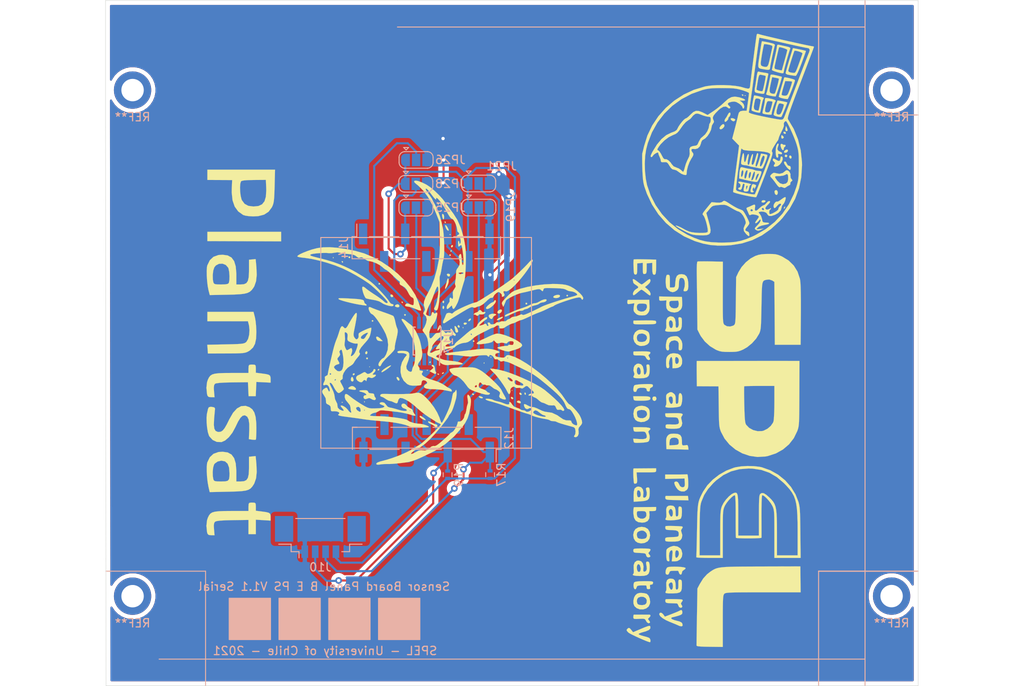
<source format=kicad_pcb>
(kicad_pcb (version 20171130) (host pcbnew "(5.1.2)-2")
  (layers (0 F.Cu signal) (31 B.Cu signal) (34 B.Paste user) (35 F.Paste user) (36 B.SilkS user) (37 F.SilkS user) (38 B.Mask user) (39 F.Mask user) (44 Edge.Cuts user))
  (net 0 "")
  (net 1 RPI_SCL)
  (net 2 RPI_SDA)
  (net 3 GND)
  (net 4 MAG_3V3)
  (net 5 "Net-(J12-Pad5)")
  (net 6 MAG1_BIT1)
  (net 7 MAG1_BIT0)
  (net 8 "Net-(J12-Pad6)")
  (net 9 "Net-(J14-Pad4)")
  (net 10 "Net-(J14-Pad2)")
  (net 11 "Net-(J14-Pad1)")
  (net 12 MAG1_A0)
  (net 13 MAG1_A2)
  (net 14 MAG1_A1)
  (net 15 "Net-(U17-Pad3)")
  (module L86:plantsat2 (layer F.Cu) (at 28.47 54.49 270)
    (fp_text reference G*** hide)
    (fp_text value LOGO hide)
  )
  (module L86:plant (layer F.Cu) (at 52.01 51.74)
    (fp_text reference G*** hide)
    (fp_text value LOGO hide)
  )
  (module L86:SPEL_logo (layer F.Cu) (at 86.1 52.97 270)
    (fp_text reference G*** hide)
    (fp_text value LOGO hide)
  )
  (module Mounting_Holes:MountingHole_2.7mm_M2.5_ISO14580_Pad (layer B.Cu) (at 15.26 22.8)
    (fp_text reference REF** (at 0 3.25) (layer B.SilkS) (effects (justify mirror)))
    (fp_text value MountingHole_2.7mm_M2.5_ISO14580_Pad)
    (pad 1 thru_hole circle (at 0 0) (size 4.5 4.5) (drill 2.7) (layers *.Cu *.Mask))
  )
  (module Mounting_Holes:MountingHole_2.7mm_M2.5_ISO14580_Pad (layer B.Cu) (at 106.76 83.8)
    (fp_text reference REF** (at 0 3.25) (layer B.SilkS) (effects (justify mirror)))
    (fp_text value MountingHole_2.7mm_M2.5_ISO14580_Pad)
    (pad 1 thru_hole circle (at 0 0) (size 4.5 4.5) (drill 2.7) (layers *.Cu *.Mask))
  )
  (module Mounting_Holes:MountingHole_2.7mm_M2.5_ISO14580_Pad (layer B.Cu) (at 15.26 83.81)
    (fp_text reference REF** (at 0 3.25) (layer B.SilkS) (effects (justify mirror)))
    (fp_text value MountingHole_2.7mm_M2.5_ISO14580_Pad)
    (pad 1 thru_hole circle (at 0 0) (size 4.5 4.5) (drill 2.7) (layers *.Cu *.Mask))
  )
  (module Mounting_Holes:MountingHole_2.7mm_M2.5_ISO14580_Pad (layer B.Cu) (at 106.76 22.8)
    (fp_text reference REF** (at 0 3.25) (layer B.SilkS) (effects (justify mirror)))
    (fp_text value MountingHole_2.7mm_M2.5_ISO14580_Pad)
    (pad 1 thru_hole circle (at 0 0) (size 4.5 4.5) (drill 2.7) (layers *.Cu *.Mask))
  )
  (module Connectors_Molex:Molex_PicoBlade_53398-0471_04x1.25mm_Straight (layer B.Cu) (at 37.9 77.07)
    (fp_text reference J10 (at 0 3.25) (layer B.SilkS) (effects (justify mirror)))
    (fp_text value Conn_01x04_Male)
    (pad "" smd rect (at 4.375 -1.375) (size 2.2 3.1) (layers B.Cu B.Paste B.Mask))
    (pad "" smd rect (at -4.375 -1.375) (size 2.2 3.1) (layers B.Cu B.Paste B.Mask))
    (pad 4 smd rect (at 1.875 1.375) (size 0.8 1.5) (layers B.Cu B.Paste B.Mask) (net 4 MAG_3V3))
    (pad 3 smd rect (at 0.625 1.375) (size 0.8 1.5) (layers B.Cu B.Paste B.Mask) (net 1 RPI_SCL))
    (pad 2 smd rect (at -0.625 1.375) (size 0.8 1.5) (layers B.Cu B.Paste B.Mask) (net 2 RPI_SDA))
    (pad 1 smd rect (at -1.875 1.375) (size 0.8 1.5) (layers B.Cu B.Paste B.Mask) (net 3 GND))
  )
  (module Pin_Headers:Pin_Header_Straight_1x07_Pitch2.54mm_SMD_Pin1Left (layer B.Cu) (at 50.71 64.78 90)
    (fp_text reference J12 (at 0 9.95 270) (layer B.SilkS) (effects (justify mirror)))
    (fp_text value Conn_01x07_Female)
    (pad 1 smd rect (at -1.655 7.62 90) (size 2.51 1) (layers B.Cu B.Paste B.Mask) (net 1 RPI_SCL))
    (pad 3 smd rect (at -1.655 2.54 90) (size 2.51 1) (layers B.Cu B.Paste B.Mask) (net 2 RPI_SDA))
    (pad 5 smd rect (at -1.655 -2.54 90) (size 2.51 1) (layers B.Cu B.Paste B.Mask) (net 5 "Net-(J12-Pad5)"))
    (pad 7 smd rect (at -1.655 -7.62 90) (size 2.51 1) (layers B.Cu B.Paste B.Mask) (net 3 GND))
    (pad 2 smd rect (at 1.655 5.08 90) (size 2.51 1) (layers B.Cu B.Paste B.Mask) (net 6 MAG1_BIT1))
    (pad 4 smd rect (at 1.655 0 90) (size 2.51 1) (layers B.Cu B.Paste B.Mask) (net 7 MAG1_BIT0))
    (pad 6 smd rect (at 1.655 -5.08 90) (size 2.51 1) (layers B.Cu B.Paste B.Mask) (net 8 "Net-(J12-Pad6)"))
  )
  (module Pin_Headers:Pin_Header_Straight_1x07_Pitch2.54mm_SMD_Pin1Left (layer B.Cu) (at 50.67 41.8 270)
    (fp_text reference J14 (at 0 9.95 270) (layer B.SilkS) (effects (justify mirror)))
    (fp_text value Conn_01x07_Female)
    (pad 6 smd rect (at 1.655 -5.08 270) (size 2.51 1) (layers B.Cu B.Paste B.Mask) (net 4 MAG_3V3))
    (pad 4 smd rect (at 1.655 0 270) (size 2.51 1) (layers B.Cu B.Paste B.Mask) (net 9 "Net-(J14-Pad4)"))
    (pad 2 smd rect (at 1.655 5.08 270) (size 2.51 1) (layers B.Cu B.Paste B.Mask) (net 10 "Net-(J14-Pad2)"))
    (pad 7 smd rect (at -1.655 -7.62 270) (size 2.51 1) (layers B.Cu B.Paste B.Mask) (net 3 GND))
    (pad 5 smd rect (at -1.655 -2.54 270) (size 2.51 1) (layers B.Cu B.Paste B.Mask) (net 4 MAG_3V3))
    (pad 3 smd rect (at -1.655 2.54 270) (size 2.51 1) (layers B.Cu B.Paste B.Mask) (net 4 MAG_3V3))
    (pad 1 smd rect (at -1.655 7.62 270) (size 2.51 1) (layers B.Cu B.Paste B.Mask) (net 11 "Net-(J14-Pad1)"))
  )
  (module Jumper:SolderJumper-3_P1.3mm_Open_RoundedPad1.0x1.5mm (layer B.Cu) (at 57 36.96)
    (fp_text reference JP19 (at 3.85 -0.09 -270) (layer B.SilkS) (effects (justify mirror)))
    (fp_text value Jumper_3_Open)
    (pad 2 smd rect (at 0 0) (size 1 1.5) (layers B.Cu B.Mask) (net 7 MAG1_BIT0))
    (pad 3 smd custom (at 1.3 0) (size 1 0.5) (layers B.Cu B.Mask) (net 3 GND) (options (clearance outline) (anchor rect)) (primitives (gr_circle (center 0 -0.25) (end 0.5 -0.25) (width 0)) (gr_circle (center 0 0.25) (end 0.5 0.25) (width 0)) (gr_poly (pts (xy -0.55 0.75) (xy 0 0.75) (xy 0 -0.75) (xy -0.55 -0.75)) (width 0))))
    (pad 1 smd custom (at -1.3 0) (size 1 0.5) (layers B.Cu B.Mask) (net 4 MAG_3V3) (options (clearance outline) (anchor rect)) (primitives (gr_circle (center 0 -0.25) (end 0.5 -0.25) (width 0)) (gr_circle (center 0 0.25) (end 0.5 0.25) (width 0)) (gr_poly (pts (xy 0.55 0.75) (xy 0 0.75) (xy 0 -0.75) (xy 0.55 -0.75)) (width 0))))
  )
  (module Jumper:SolderJumper-3_P1.3mm_Open_RoundedPad1.0x1.5mm (layer B.Cu) (at 56.98 34.06)
    (fp_text reference JP21 (at 2.77 -2.09) (layer B.SilkS) (effects (justify mirror)))
    (fp_text value Jumper_3_Open)
    (pad 1 smd custom (at -1.3 0) (size 1 0.5) (layers B.Cu B.Mask) (net 4 MAG_3V3) (options (clearance outline) (anchor rect)) (primitives (gr_circle (center 0 -0.25) (end 0.5 -0.25) (width 0)) (gr_circle (center 0 0.25) (end 0.5 0.25) (width 0)) (gr_poly (pts (xy 0.55 0.75) (xy 0 0.75) (xy 0 -0.75) (xy 0.55 -0.75)) (width 0))))
    (pad 3 smd custom (at 1.3 0) (size 1 0.5) (layers B.Cu B.Mask) (net 3 GND) (options (clearance outline) (anchor rect)) (primitives (gr_circle (center 0 -0.25) (end 0.5 -0.25) (width 0)) (gr_circle (center 0 0.25) (end 0.5 0.25) (width 0)) (gr_poly (pts (xy -0.55 0.75) (xy 0 0.75) (xy 0 -0.75) (xy -0.55 -0.75)) (width 0))))
    (pad 2 smd rect (at 0 0) (size 1 1.5) (layers B.Cu B.Mask) (net 6 MAG1_BIT1))
  )
  (module Resistors_SMD:R_0402 (layer B.Cu) (at 58.36 69.16 90)
    (fp_text reference R17 (at 0 1.35 270) (layer B.SilkS) (effects (justify mirror)))
    (fp_text value R)
    (pad 2 smd rect (at 0.45 0 90) (size 0.4 0.6) (layers B.Cu B.Paste B.Mask) (net 1 RPI_SCL))
    (pad 1 smd rect (at -0.45 0 90) (size 0.4 0.6) (layers B.Cu B.Paste B.Mask) (net 4 MAG_3V3))
  )
  (module Resistors_SMD:R_0402 (layer B.Cu) (at 53.24 69.17 90)
    (fp_text reference R19 (at 0 1.35 270) (layer B.SilkS) (effects (justify mirror)))
    (fp_text value R)
    (pad 1 smd rect (at -0.45 0 90) (size 0.4 0.6) (layers B.Cu B.Paste B.Mask) (net 4 MAG_3V3))
    (pad 2 smd rect (at 0.45 0 90) (size 0.4 0.6) (layers B.Cu B.Paste B.Mask) (net 2 RPI_SDA))
  )
  (module Jumper:SolderJumper-3_P1.3mm_Open_RoundedPad1.0x1.5mm (layer B.Cu) (at 49.42 36.97)
    (fp_text reference JP25 (at 4.14 -0.01) (layer B.SilkS) (effects (justify mirror)))
    (fp_text value Jumper_3_Open)
    (pad 2 smd rect (at 0 0) (size 1 1.5) (layers B.Cu B.Mask) (net 12 MAG1_A0))
    (pad 3 smd custom (at 1.3 0) (size 1 0.5) (layers B.Cu B.Mask) (net 3 GND) (options (clearance outline) (anchor rect)) (primitives (gr_circle (center 0 -0.25) (end 0.5 -0.25) (width 0)) (gr_circle (center 0 0.25) (end 0.5 0.25) (width 0)) (gr_poly (pts (xy -0.55 0.75) (xy 0 0.75) (xy 0 -0.75) (xy -0.55 -0.75)) (width 0))))
    (pad 1 smd custom (at -1.3 0) (size 1 0.5) (layers B.Cu B.Mask) (net 4 MAG_3V3) (options (clearance outline) (anchor rect)) (primitives (gr_circle (center 0 -0.25) (end 0.5 -0.25) (width 0)) (gr_circle (center 0 0.25) (end 0.5 0.25) (width 0)) (gr_poly (pts (xy 0.55 0.75) (xy 0 0.75) (xy 0 -0.75) (xy 0.55 -0.75)) (width 0))))
  )
  (module Jumper:SolderJumper-3_P1.3mm_Open_RoundedPad1.0x1.5mm (layer B.Cu) (at 49.44 31.22)
    (fp_text reference JP26 (at 4.13 -0.01) (layer B.SilkS) (effects (justify mirror)))
    (fp_text value Jumper_3_Open)
    (pad 1 smd custom (at -1.3 0) (size 1 0.5) (layers B.Cu B.Mask) (net 4 MAG_3V3) (options (clearance outline) (anchor rect)) (primitives (gr_circle (center 0 -0.25) (end 0.5 -0.25) (width 0)) (gr_circle (center 0 0.25) (end 0.5 0.25) (width 0)) (gr_poly (pts (xy 0.55 0.75) (xy 0 0.75) (xy 0 -0.75) (xy 0.55 -0.75)) (width 0))))
    (pad 3 smd custom (at 1.3 0) (size 1 0.5) (layers B.Cu B.Mask) (net 3 GND) (options (clearance outline) (anchor rect)) (primitives (gr_circle (center 0 -0.25) (end 0.5 -0.25) (width 0)) (gr_circle (center 0 0.25) (end 0.5 0.25) (width 0)) (gr_poly (pts (xy -0.55 0.75) (xy 0 0.75) (xy 0 -0.75) (xy -0.55 -0.75)) (width 0))))
    (pad 2 smd rect (at 0 0) (size 1 1.5) (layers B.Cu B.Mask) (net 13 MAG1_A2))
  )
  (module Jumper:SolderJumper-3_P1.3mm_Open_RoundedPad1.0x1.5mm (layer B.Cu) (at 49.4 34.1)
    (fp_text reference JP28 (at 4.16 -0.01) (layer B.SilkS) (effects (justify mirror)))
    (fp_text value Jumper_3_Open)
    (pad 2 smd rect (at 0 0) (size 1 1.5) (layers B.Cu B.Mask) (net 14 MAG1_A1))
    (pad 3 smd custom (at 1.3 0) (size 1 0.5) (layers B.Cu B.Mask) (net 3 GND) (options (clearance outline) (anchor rect)) (primitives (gr_circle (center 0 -0.25) (end 0.5 -0.25) (width 0)) (gr_circle (center 0 0.25) (end 0.5 0.25) (width 0)) (gr_poly (pts (xy -0.55 0.75) (xy 0 0.75) (xy 0 -0.75) (xy -0.55 -0.75)) (width 0))))
    (pad 1 smd custom (at -1.3 0) (size 1 0.5) (layers B.Cu B.Mask) (net 4 MAG_3V3) (options (clearance outline) (anchor rect)) (primitives (gr_circle (center 0 -0.25) (end 0.5 -0.25) (width 0)) (gr_circle (center 0 0.25) (end 0.5 0.25) (width 0)) (gr_poly (pts (xy 0.55 0.75) (xy 0 0.75) (xy 0 -0.75) (xy 0.55 -0.75)) (width 0))))
  )
  (module Housings_SSOP:MSOP-8_3x3mm_Pitch0.65mm (layer B.Cu) (at 50.76 53.05 90)
    (fp_text reference U17 (at 0 2.6 270) (layer B.SilkS) (effects (justify mirror)))
    (fp_text value MCP9804_MSOP)
    (pad 8 smd rect (at 2.2 0.975 90) (size 1.45 0.45) (layers B.Cu B.Paste B.Mask) (net 4 MAG_3V3))
    (pad 7 smd rect (at 2.2 0.325 90) (size 1.45 0.45) (layers B.Cu B.Paste B.Mask) (net 12 MAG1_A0))
    (pad 6 smd rect (at 2.2 -0.325 90) (size 1.45 0.45) (layers B.Cu B.Paste B.Mask) (net 14 MAG1_A1))
    (pad 5 smd rect (at 2.2 -0.975 90) (size 1.45 0.45) (layers B.Cu B.Paste B.Mask) (net 13 MAG1_A2))
    (pad 4 smd rect (at -2.2 -0.975 90) (size 1.45 0.45) (layers B.Cu B.Paste B.Mask) (net 3 GND))
    (pad 3 smd rect (at -2.2 -0.325 90) (size 1.45 0.45) (layers B.Cu B.Paste B.Mask) (net 15 "Net-(U17-Pad3)"))
    (pad 2 smd rect (at -2.2 0.325 90) (size 1.45 0.45) (layers B.Cu B.Paste B.Mask) (net 1 RPI_SCL))
    (pad 1 smd rect (at -2.2 0.975 90) (size 1.45 0.45) (layers B.Cu B.Paste B.Mask) (net 2 RPI_SDA))
  )
  (gr_line (start 12.05 79.32) (end 12 27.28) (layer Edge.Cuts) (width 0.05))
  (gr_line (start 12 27.28) (end 12 12) (layer Edge.Cuts) (width 0.05))
  (gr_line (start 12.05 79.32) (end 12.06 94.6) (layer Edge.Cuts) (width 0.05))
  (gr_line (start 12 12) (end 47.18 12) (layer Edge.Cuts) (width 0.05))
  (gr_poly (pts (xy 37.9 89.05) (xy 37.9 84.05) (xy 32.9 84.05) (xy 32.9 89.05)) (layer B.SilkS) (width 0.1))
  (gr_poly (pts (xy 43.9 89.05) (xy 43.9 84.05) (xy 38.9 84.05) (xy 38.9 89.05)) (layer B.SilkS) (width 0.1))
  (gr_poly (pts (xy 31.9 89.05) (xy 31.9 84.05) (xy 26.9 84.05) (xy 26.9 89.05)) (layer B.SilkS) (width 0.1))
  (gr_poly (pts (xy 49.9 89.05) (xy 49.9 84.05) (xy 44.9 84.05) (xy 44.9 89.05)) (layer B.SilkS) (width 0.1))
  (gr_text "SPEL - University of Chile - 2021" (at 38.45 90.4) (layer B.SilkS) (effects (font (size 1 1)) (justify mirror)))
  (gr_text "Sensor Board Panel B E PS V1.1 Serial" (at 38.35 82.65) (layer B.SilkS) (effects (font (size 1 1)) (justify mirror)))
  (gr_line (start 63.35 40.57) (end 63.35 65.97) (layer B.SilkS) (width 0.12))
  (gr_line (start 37.95 40.57) (end 37.95 65.97) (layer B.SilkS) (width 0.12))
  (gr_line (start 37.95 65.97) (end 63.35 65.97) (layer B.SilkS) (width 0.12))
  (gr_line (start 37.95 40.57) (end 63.35 40.57) (layer B.SilkS) (width 0.12))
  (gr_line (start 47.19 15.2) (end 103.56 15.2) (layer B.SilkS) (width 0.12))
  (gr_line (start 47.18 12) (end 109.96 12) (layer Edge.Cuts) (width 0.05))
  (gr_line (start 97.96 94.6) (end 97.96 80.8) (layer B.SilkS) (width 0.12))
  (gr_line (start 97.96 25.8) (end 97.96 12) (layer B.SilkS) (width 0.12))
  (gr_line (start 103.56 91.4) (end 18.46 91.4) (layer B.SilkS) (width 0.12))
  (gr_line (start 109.96 80.8) (end 97.96 80.8) (layer B.SilkS) (width 0.12))
  (gr_line (start 24.06 94.6) (end 24.06 80.8) (layer B.SilkS) (width 0.12))
  (gr_line (start 109.96 25.8) (end 97.96 25.8) (layer B.SilkS) (width 0.12))
  (gr_line (start 97.96 25.8) (end 97.96 12) (layer B.SilkS) (width 0.12))
  (gr_line (start 12.06 80.8) (end 24.06 80.8) (layer B.SilkS) (width 0.12))
  (gr_line (start 109.96 25.8) (end 97.96 25.8) (layer B.SilkS) (width 0.12))
  (gr_line (start 97.96 80.8) (end 109.96 80.8) (layer B.SilkS) (width 0.12))
  (gr_line (start 109.96 94.6) (end 12.06 94.6) (layer Edge.Cuts) (width 0.05))
  (gr_line (start 109.96 12) (end 109.96 94.6) (layer Edge.Cuts) (width 0.05))
  (gr_circle (center 106.76 83.8) (end 108.01 83.8) (layer B.SilkS) (width 0.12))
  (gr_line (start 103.56 94.6) (end 103.56 12) (layer B.SilkS) (width 0.12))
  (gr_circle (center 15.26 83.8) (end 16.51 83.8) (layer B.SilkS) (width 0.12))
  (gr_circle (center 106.76 22.8) (end 108.01 22.8) (layer B.SilkS) (width 0.12))
  (segment (start 58.36 66.465) (end 58.33 66.435) (width 0.25) (layer B.Cu) (net 1))
  (segment (start 58.36 68.71) (end 58.36 66.465) (width 0.25) (layer B.Cu) (net 1))
  (segment (start 57.58 66.435) (end 58.33 66.435) (width 0.25) (layer B.Cu) (net 1))
  (segment (start 55.999999 64.854999) (end 57.58 66.435) (width 0.25) (layer B.Cu) (net 1))
  (segment (start 50.099997 64.854999) (end 55.999999 64.854999) (width 0.25) (layer B.Cu) (net 1))
  (segment (start 49.48 64.235002) (end 50.099997 64.854999) (width 0.25) (layer B.Cu) (net 1))
  (segment (start 49.48 60.52) (end 49.48 64.235002) (width 0.25) (layer B.Cu) (net 1))
  (segment (start 51.085 54.275) (end 51.72 53.64) (width 0.25) (layer B.Cu) (net 1))
  (segment (start 51.085 55.25) (end 51.085 54.275) (width 0.25) (layer B.Cu) (net 1))
  (segment (start 51.72 53.64) (end 52.63 53.64) (width 0.25) (layer B.Cu) (net 1))
  (segment (start 52.63 53.64) (end 53.26 54.27) (width 0.25) (layer B.Cu) (net 1))
  (segment (start 53.26 54.27) (end 53.26 56.74) (width 0.25) (layer B.Cu) (net 1))
  (segment (start 53.26 56.74) (end 49.48 60.52) (width 0.25) (layer B.Cu) (net 1))
  (via (at 54.049998 70.82) (size 0.8) (drill 0.4) (layers F.Cu B.Cu) (net 1))
  (segment (start 44.074997 80.795001) (end 53.649999 71.219999) (width 0.25) (layer B.Cu) (net 1))
  (segment (start 53.649999 71.219999) (end 54.049998 70.82) (width 0.25) (layer B.Cu) (net 1))
  (segment (start 39.875001 80.795001) (end 44.074997 80.795001) (width 0.25) (layer B.Cu) (net 1))
  (segment (start 38.525 78.445) (end 38.525 79.445) (width 0.25) (layer B.Cu) (net 1))
  (segment (start 38.525 79.445) (end 39.875001 80.795001) (width 0.25) (layer B.Cu) (net 1))
  (via (at 55.149998 68.52) (size 0.8) (drill 0.4) (layers F.Cu B.Cu) (net 1))
  (segment (start 55.149998 69.085685) (end 55.149998 68.52) (width 0.25) (layer F.Cu) (net 1))
  (segment (start 55.149998 69.72) (end 55.149998 69.085685) (width 0.25) (layer F.Cu) (net 1))
  (segment (start 54.049998 70.82) (end 55.149998 69.72) (width 0.25) (layer F.Cu) (net 1))
  (segment (start 55.949998 67.72) (end 55.149998 68.52) (width 0.25) (layer B.Cu) (net 1))
  (segment (start 57.35 67.72) (end 55.949998 67.72) (width 0.25) (layer B.Cu) (net 1))
  (segment (start 58.33 66.435) (end 58.33 66.74) (width 0.25) (layer B.Cu) (net 1))
  (segment (start 58.33 66.74) (end 57.35 67.72) (width 0.25) (layer B.Cu) (net 1))
  (segment (start 53.24 66.445) (end 53.25 66.435) (width 0.25) (layer B.Cu) (net 2))
  (segment (start 53.24 68.72) (end 53.24 66.445) (width 0.25) (layer B.Cu) (net 2))
  (segment (start 49.029989 64.421402) (end 49.029989 59.880011) (width 0.25) (layer B.Cu) (net 2))
  (segment (start 53.25 66.435) (end 51.043587 66.435) (width 0.25) (layer B.Cu) (net 2))
  (segment (start 51.735 56.225) (end 51.735 55.25) (width 0.25) (layer B.Cu) (net 2))
  (segment (start 51.043587 66.435) (end 49.029989 64.421402) (width 0.25) (layer B.Cu) (net 2))
  (segment (start 51.735 57.175) (end 51.735 56.225) (width 0.25) (layer B.Cu) (net 2))
  (segment (start 49.029989 59.880011) (end 51.735 57.175) (width 0.25) (layer B.Cu) (net 2))
  (via (at 40.1 81.92) (size 0.8) (drill 0.4) (layers F.Cu B.Cu) (net 2))
  (segment (start 40.1 81.92) (end 40.05 81.97) (width 0.25) (layer B.Cu) (net 2))
  (segment (start 37.275 80.595) (end 37.275 78.445) (width 0.25) (layer B.Cu) (net 2))
  (segment (start 38.65 81.97) (end 37.275 80.595) (width 0.25) (layer B.Cu) (net 2))
  (segment (start 40.05 81.97) (end 38.65 81.97) (width 0.25) (layer B.Cu) (net 2))
  (segment (start 53.25 66.435) (end 53.25 67.19) (width 0.25) (layer B.Cu) (net 2))
  (segment (start 51.55 68.89) (end 51.55 68.97) (width 0.25) (layer B.Cu) (net 2))
  (segment (start 53.25 67.19) (end 51.55 68.89) (width 0.25) (layer B.Cu) (net 2))
  (via (at 51.55 68.97) (size 0.8) (drill 0.4) (layers F.Cu B.Cu) (net 2))
  (segment (start 51.5 69.02) (end 51.55 68.97) (width 0.25) (layer F.Cu) (net 2))
  (segment (start 51.5 72.62) (end 51.5 69.02) (width 0.25) (layer F.Cu) (net 2))
  (segment (start 40.1 81.92) (end 42.2 81.92) (width 0.25) (layer F.Cu) (net 2))
  (segment (start 42.2 81.92) (end 51.5 72.62) (width 0.25) (layer F.Cu) (net 2))
  (via (at 58.34 45.07) (size 0.8) (drill 0.4) (layers F.Cu B.Cu) (net 3))
  (segment (start 58.34 40.195) (end 58.29 40.145) (width 0.25) (layer B.Cu) (net 3))
  (segment (start 58.34 45.07) (end 58.34 40.195) (width 0.25) (layer B.Cu) (net 3))
  (via (at 52.75 31.23) (size 0.8) (drill 0.4) (layers F.Cu B.Cu) (net 3))
  (segment (start 50.74 31.22) (end 52.74 31.22) (width 0.25) (layer B.Cu) (net 3))
  (segment (start 52.74 31.22) (end 52.75 31.23) (width 0.25) (layer B.Cu) (net 3))
  (via (at 52.69 33.98) (size 0.8) (drill 0.4) (layers F.Cu B.Cu) (net 3))
  (segment (start 52.75 31.23) (end 52.75 33.92) (width 0.25) (layer F.Cu) (net 3))
  (segment (start 52.75 33.92) (end 52.69 33.98) (width 0.25) (layer F.Cu) (net 3))
  (segment (start 50.82 33.98) (end 50.7 34.1) (width 0.25) (layer B.Cu) (net 3))
  (segment (start 52.69 33.98) (end 50.82 33.98) (width 0.25) (layer B.Cu) (net 3))
  (via (at 59.41 32.95) (size 0.8) (drill 0.4) (layers F.Cu B.Cu) (net 3))
  (segment (start 58.28 34.06) (end 58.3 34.06) (width 0.25) (layer B.Cu) (net 3))
  (segment (start 58.3 34.06) (end 59.41 32.95) (width 0.25) (layer B.Cu) (net 3))
  (via (at 52.69 28.64) (size 0.8) (drill 0.4) (layers F.Cu B.Cu) (net 3))
  (segment (start 50.74 30.59) (end 50.74 31.22) (width 0.25) (layer B.Cu) (net 3))
  (segment (start 52.69 28.64) (end 50.74 30.59) (width 0.25) (layer B.Cu) (net 3))
  (segment (start 57.89 28.64) (end 52.69 28.64) (width 0.25) (layer F.Cu) (net 3))
  (segment (start 59.42 30.17) (end 57.89 28.64) (width 0.25) (layer F.Cu) (net 3))
  (segment (start 59.42 30.3) (end 59.42 30.17) (width 0.25) (layer F.Cu) (net 3))
  (segment (start 59.41 32.95) (end 59.41 30.31) (width 0.25) (layer F.Cu) (net 3))
  (segment (start 59.41 30.31) (end 59.42 30.3) (width 0.25) (layer F.Cu) (net 3))
  (segment (start 60.224991 35.200001) (end 60.62499 35.6) (width 0.25) (layer B.Cu) (net 3))
  (segment (start 59.08499 34.06) (end 60.224991 35.200001) (width 0.25) (layer B.Cu) (net 3))
  (segment (start 60.62499 36.165685) (end 60.62499 35.6) (width 0.25) (layer F.Cu) (net 3))
  (segment (start 60.62499 42.78501) (end 60.62499 36.165685) (width 0.25) (layer F.Cu) (net 3))
  (segment (start 58.34 45.07) (end 60.62499 42.78501) (width 0.25) (layer F.Cu) (net 3))
  (segment (start 58.28 34.06) (end 59.08499 34.06) (width 0.25) (layer B.Cu) (net 3))
  (via (at 60.62499 35.6) (size 0.8) (drill 0.4) (layers F.Cu B.Cu) (net 3))
  (segment (start 48.12 40.135) (end 48.13 40.145) (width 0.25) (layer B.Cu) (net 4))
  (segment (start 48.12 36.97) (end 48.12 40.135) (width 0.25) (layer B.Cu) (net 4))
  (segment (start 48.14 34.06) (end 48.1 34.1) (width 0.25) (layer B.Cu) (net 4))
  (segment (start 48.14 31.22) (end 48.14 34.06) (width 0.25) (layer B.Cu) (net 4))
  (segment (start 55.68 36.94) (end 55.7 36.96) (width 0.25) (layer B.Cu) (net 4))
  (segment (start 55.68 34.06) (end 55.68 36.94) (width 0.25) (layer B.Cu) (net 4))
  (segment (start 55.7 43.405) (end 55.75 43.455) (width 0.25) (layer B.Cu) (net 4))
  (segment (start 55.7 36.96) (end 55.7 43.405) (width 0.25) (layer B.Cu) (net 4))
  (segment (start 53.21 41.65) (end 53.21 40.145) (width 0.25) (layer B.Cu) (net 4))
  (segment (start 53.21 41.665) (end 53.21 41.65) (width 0.25) (layer B.Cu) (net 4))
  (segment (start 55 43.455) (end 53.21 41.665) (width 0.25) (layer B.Cu) (net 4))
  (segment (start 55.75 43.455) (end 55 43.455) (width 0.25) (layer B.Cu) (net 4))
  (via (at 46.13 35.3) (size 0.8) (drill 0.4) (layers F.Cu B.Cu) (net 4))
  (segment (start 48.1 34.1) (end 47.33 34.1) (width 0.25) (layer B.Cu) (net 4))
  (segment (start 47.33 34.1) (end 46.13 35.3) (width 0.25) (layer B.Cu) (net 4))
  (segment (start 48.13 40.145) (end 48.13 41.99) (width 0.25) (layer B.Cu) (net 4))
  (segment (start 47.949999 42.170001) (end 47.55 42.57) (width 0.25) (layer B.Cu) (net 4))
  (segment (start 48.13 41.99) (end 47.949999 42.170001) (width 0.25) (layer B.Cu) (net 4))
  (via (at 47.55 42.57) (size 0.8) (drill 0.4) (layers F.Cu B.Cu) (net 4))
  (segment (start 46.81 42.57) (end 47.55 42.57) (width 0.25) (layer F.Cu) (net 4))
  (segment (start 46.13 35.3) (end 46.13 41.89) (width 0.25) (layer F.Cu) (net 4))
  (segment (start 46.13 41.89) (end 46.81 42.57) (width 0.25) (layer F.Cu) (net 4))
  (segment (start 48.1 33.252408) (end 48.702408 32.65) (width 0.25) (layer B.Cu) (net 4))
  (segment (start 48.1 34.1) (end 48.1 33.252408) (width 0.25) (layer B.Cu) (net 4))
  (segment (start 54.27 32.65) (end 55.68 34.06) (width 0.25) (layer B.Cu) (net 4))
  (segment (start 48.702408 32.65) (end 54.27 32.65) (width 0.25) (layer B.Cu) (net 4))
  (segment (start 58.35 69.62) (end 58.36 69.61) (width 0.25) (layer B.Cu) (net 4))
  (segment (start 53.24 69.62) (end 58.35 69.62) (width 0.25) (layer B.Cu) (net 4))
  (segment (start 51.735 48.225) (end 51.735 50.85) (width 0.25) (layer B.Cu) (net 4))
  (segment (start 55.75 43.455) (end 55.75 44.21) (width 0.25) (layer B.Cu) (net 4))
  (segment (start 55.75 44.21) (end 51.735 48.225) (width 0.25) (layer B.Cu) (net 4))
  (segment (start 39.775 79.195) (end 39.775 78.445) (width 0.25) (layer B.Cu) (net 4))
  (segment (start 53.24 69.62) (end 53.14 69.62) (width 0.25) (layer B.Cu) (net 4))
  (segment (start 49.985 72.775) (end 49.945 72.775) (width 0.25) (layer B.Cu) (net 4))
  (segment (start 49.945 72.775) (end 42.95 79.77) (width 0.25) (layer B.Cu) (net 4))
  (segment (start 53.14 69.62) (end 49.985 72.775) (width 0.25) (layer B.Cu) (net 4))
  (segment (start 42.95 79.77) (end 40.35 79.77) (width 0.25) (layer B.Cu) (net 4))
  (segment (start 40.35 79.77) (end 39.775 79.195) (width 0.25) (layer B.Cu) (net 4))
  (segment (start 55.68 33.212408) (end 55.68 34.06) (width 0.25) (layer B.Cu) (net 4))
  (segment (start 56.702408 32.19) (end 55.68 33.212408) (width 0.25) (layer B.Cu) (net 4))
  (segment (start 60.25 32.19) (end 56.702408 32.19) (width 0.25) (layer B.Cu) (net 4))
  (segment (start 61.35 33.29) (end 60.25 32.19) (width 0.25) (layer B.Cu) (net 4))
  (segment (start 61.35 67.17) (end 61.35 33.29) (width 0.25) (layer B.Cu) (net 4))
  (segment (start 58.36 69.61) (end 58.91 69.61) (width 0.25) (layer B.Cu) (net 4))
  (segment (start 58.91 69.61) (end 61.35 67.17) (width 0.25) (layer B.Cu) (net 4))
  (segment (start 56.98 34.519636) (end 57.890364 35.43) (width 0.25) (layer B.Cu) (net 6))
  (segment (start 56.98 34.06) (end 56.98 34.519636) (width 0.25) (layer B.Cu) (net 6))
  (segment (start 57.890364 35.43) (end 58.78 35.43) (width 0.25) (layer B.Cu) (net 6))
  (segment (start 58.78 35.43) (end 59.42 36.07) (width 0.25) (layer B.Cu) (net 6))
  (segment (start 59.42 36.07) (end 59.42 56.33) (width 0.25) (layer B.Cu) (net 6))
  (segment (start 55.79 59.96) (end 55.79 63.125) (width 0.25) (layer B.Cu) (net 6))
  (segment (start 59.42 56.33) (end 55.79 59.96) (width 0.25) (layer B.Cu) (net 6))
  (segment (start 57 36.96) (end 57 53.94) (width 0.25) (layer B.Cu) (net 7))
  (segment (start 50.71 60.23) (end 50.71 63.125) (width 0.25) (layer B.Cu) (net 7))
  (segment (start 57 53.94) (end 50.71 60.23) (width 0.25) (layer B.Cu) (net 7))
  (segment (start 51.085 48.285) (end 51.085 50.85) (width 0.25) (layer B.Cu) (net 12))
  (segment (start 49.46 46.66) (end 51.085 48.285) (width 0.25) (layer B.Cu) (net 12))
  (segment (start 49.46 37.08) (end 49.46 46.66) (width 0.25) (layer B.Cu) (net 12))
  (segment (start 49.42 36.97) (end 49.57 36.97) (width 0.25) (layer B.Cu) (net 12))
  (segment (start 49.57 36.97) (end 49.46 37.08) (width 0.25) (layer B.Cu) (net 12))
  (segment (start 49.44 30.22) (end 48.43 29.21) (width 0.25) (layer B.Cu) (net 13))
  (segment (start 49.44 31.22) (end 49.44 30.22) (width 0.25) (layer B.Cu) (net 13))
  (segment (start 48.43 29.21) (end 47.13 29.21) (width 0.25) (layer B.Cu) (net 13))
  (segment (start 47.13 29.21) (end 44.39 31.95) (width 0.25) (layer B.Cu) (net 13))
  (segment (start 49.785 49.875) (end 49.785 50.85) (width 0.25) (layer B.Cu) (net 13))
  (segment (start 44.39 44.48) (end 49.785 49.875) (width 0.25) (layer B.Cu) (net 13))
  (segment (start 44.39 31.95) (end 44.39 44.48) (width 0.25) (layer B.Cu) (net 13))
  (segment (start 50.435 49.875) (end 50.435 50.85) (width 0.25) (layer B.Cu) (net 14))
  (segment (start 49.4 35.1) (end 48.99 35.51) (width 0.25) (layer B.Cu) (net 14))
  (segment (start 48.99 35.51) (end 47.41 35.51) (width 0.25) (layer B.Cu) (net 14))
  (segment (start 50.435 48.915) (end 50.435 49.875) (width 0.25) (layer B.Cu) (net 14))
  (segment (start 47.41 35.51) (end 46.81 36.11) (width 0.25) (layer B.Cu) (net 14))
  (segment (start 46.81 36.11) (end 46.81 45.29) (width 0.25) (layer B.Cu) (net 14))
  (segment (start 49.4 34.1) (end 49.4 35.1) (width 0.25) (layer B.Cu) (net 14))
  (segment (start 46.81 45.29) (end 50.435 48.915) (width 0.25) (layer B.Cu) (net 14))
  (zone (net 3) (net_name GND) (layer B.Cu) (connect_pads (clearance 0.508)) (min_thickness 0.254) (fill yes (arc_segments 32) (thermal_gap 0.508) (thermal_bridge_width 0.508))
    (polygon (pts (xy 12.03 94.63) (xy 109.99 94.63) (xy 109.99 11.97) (xy 11.97 11.97)))
  )
  (zone (net 0) (net_name "") (layer F.Cu) (connect_pads (clearance 0.508)) (min_thickness 0.254) (fill yes (arc_segments 32) (thermal_gap 0.508) (thermal_bridge_width 0.508))
    (polygon (pts (xy 11.97 11.97) (xy 109.99 11.97) (xy 109.99 94.63) (xy 12.03 94.63)))
  )
)
</source>
